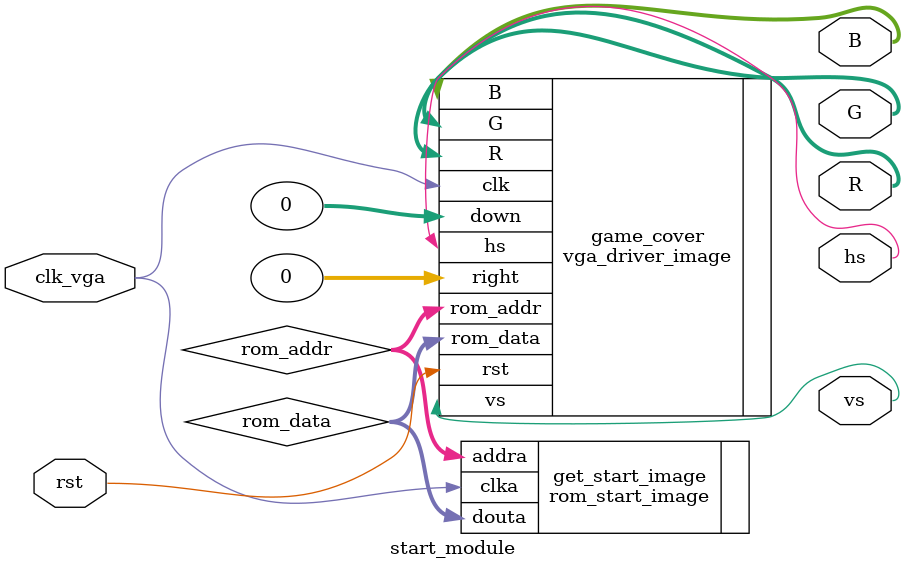
<source format=v>
`timescale 1ns / 1ps
module start_module(
    /************vga**********/
    input clk_vga,     //vgaµÄÊ±ÖÓ
    input rst,          //¸ßµçÆ½ÓÐÐ§

    output [3:0] R,
    output [3:0] G,
    output [3:0] B,
    output hs,
    output vs
);

wire[16:0]rom_addr;
wire[15:0]rom_data;

vga_driver_image #(.IMAGE_WIDTH(320),.IMAGE_HEIGHT(240))
game_cover(
.clk(clk_vga),        
.rst(rst),        
.right(0), 
.down(0),  
.rom_data(rom_data),
.rom_addr(rom_addr),
.R(R),
.G(G),
.B(B),
.hs(hs),
.vs(vs)
);

rom_start_image get_start_image (
  .clka(clk_vga), // input clka
  .addra(rom_addr), // input [16 : 0] addra
  .douta(rom_data) // output [15 : 0] douta
);


endmodule
</source>
